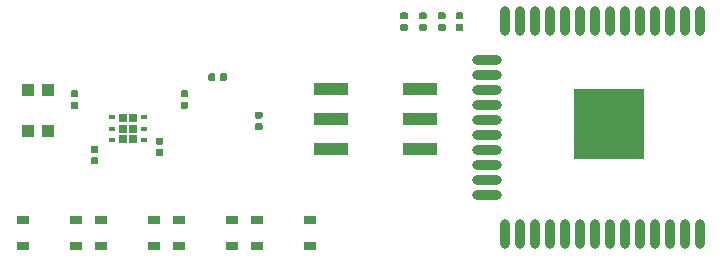
<source format=gbr>
G04 #@! TF.GenerationSoftware,KiCad,Pcbnew,5.1.5-52549c5~84~ubuntu18.04.1*
G04 #@! TF.CreationDate,2019-11-22T10:47:09+01:00*
G04 #@! TF.ProjectId,roboy_sno,726f626f-795f-4736-9e6f-2e6b69636164,rev?*
G04 #@! TF.SameCoordinates,Original*
G04 #@! TF.FileFunction,Paste,Top*
G04 #@! TF.FilePolarity,Positive*
%FSLAX46Y46*%
G04 Gerber Fmt 4.6, Leading zero omitted, Abs format (unit mm)*
G04 Created by KiCad (PCBNEW 5.1.5-52549c5~84~ubuntu18.04.1) date 2019-11-22 10:47:09*
%MOMM*%
%LPD*%
G04 APERTURE LIST*
%ADD10R,1.000000X1.000000*%
%ADD11O,0.900000X2.500000*%
%ADD12O,2.500000X0.900000*%
%ADD13R,6.000000X6.000000*%
%ADD14C,0.100000*%
%ADD15R,0.630000X0.450000*%
%ADD16R,0.660000X0.730000*%
%ADD17R,1.000000X0.700000*%
%ADD18R,3.000000X1.000000*%
G04 APERTURE END LIST*
D10*
X83175000Y-127350000D03*
X81425000Y-127350000D03*
X83175000Y-130850000D03*
X81425000Y-130850000D03*
D11*
X138346000Y-139556000D03*
X137076000Y-139556000D03*
X135806000Y-139556000D03*
X134536000Y-139556000D03*
X133266000Y-139556000D03*
X131996000Y-139556000D03*
X130726000Y-139556000D03*
X129456000Y-139556000D03*
X128186000Y-139556000D03*
X126916000Y-139556000D03*
X125646000Y-139556000D03*
X124376000Y-139556000D03*
X123106000Y-139556000D03*
X121836000Y-139556000D03*
D12*
X120346000Y-136271000D03*
X120346000Y-135001000D03*
X120346000Y-133731000D03*
X120346000Y-132461000D03*
X120346000Y-131191000D03*
X120346000Y-129921000D03*
X120346000Y-128651000D03*
X120346000Y-127381000D03*
X120346000Y-126111000D03*
X120346000Y-124841000D03*
D11*
X121836000Y-121556000D03*
X123106000Y-121556000D03*
X124376000Y-121556000D03*
X125646000Y-121556000D03*
X126916000Y-121556000D03*
X128186000Y-121556000D03*
X129456000Y-121556000D03*
X130726000Y-121556000D03*
X131996000Y-121556000D03*
X133266000Y-121556000D03*
X134536000Y-121556000D03*
X135806000Y-121556000D03*
X137076000Y-121556000D03*
X138346000Y-121556000D03*
D13*
X130646000Y-130256000D03*
D14*
G36*
X118186958Y-120820710D02*
G01*
X118201276Y-120822834D01*
X118215317Y-120826351D01*
X118228946Y-120831228D01*
X118242031Y-120837417D01*
X118254447Y-120844858D01*
X118266073Y-120853481D01*
X118276798Y-120863202D01*
X118286519Y-120873927D01*
X118295142Y-120885553D01*
X118302583Y-120897969D01*
X118308772Y-120911054D01*
X118313649Y-120924683D01*
X118317166Y-120938724D01*
X118319290Y-120953042D01*
X118320000Y-120967500D01*
X118320000Y-121262500D01*
X118319290Y-121276958D01*
X118317166Y-121291276D01*
X118313649Y-121305317D01*
X118308772Y-121318946D01*
X118302583Y-121332031D01*
X118295142Y-121344447D01*
X118286519Y-121356073D01*
X118276798Y-121366798D01*
X118266073Y-121376519D01*
X118254447Y-121385142D01*
X118242031Y-121392583D01*
X118228946Y-121398772D01*
X118215317Y-121403649D01*
X118201276Y-121407166D01*
X118186958Y-121409290D01*
X118172500Y-121410000D01*
X117827500Y-121410000D01*
X117813042Y-121409290D01*
X117798724Y-121407166D01*
X117784683Y-121403649D01*
X117771054Y-121398772D01*
X117757969Y-121392583D01*
X117745553Y-121385142D01*
X117733927Y-121376519D01*
X117723202Y-121366798D01*
X117713481Y-121356073D01*
X117704858Y-121344447D01*
X117697417Y-121332031D01*
X117691228Y-121318946D01*
X117686351Y-121305317D01*
X117682834Y-121291276D01*
X117680710Y-121276958D01*
X117680000Y-121262500D01*
X117680000Y-120967500D01*
X117680710Y-120953042D01*
X117682834Y-120938724D01*
X117686351Y-120924683D01*
X117691228Y-120911054D01*
X117697417Y-120897969D01*
X117704858Y-120885553D01*
X117713481Y-120873927D01*
X117723202Y-120863202D01*
X117733927Y-120853481D01*
X117745553Y-120844858D01*
X117757969Y-120837417D01*
X117771054Y-120831228D01*
X117784683Y-120826351D01*
X117798724Y-120822834D01*
X117813042Y-120820710D01*
X117827500Y-120820000D01*
X118172500Y-120820000D01*
X118186958Y-120820710D01*
G37*
G36*
X118186958Y-121790710D02*
G01*
X118201276Y-121792834D01*
X118215317Y-121796351D01*
X118228946Y-121801228D01*
X118242031Y-121807417D01*
X118254447Y-121814858D01*
X118266073Y-121823481D01*
X118276798Y-121833202D01*
X118286519Y-121843927D01*
X118295142Y-121855553D01*
X118302583Y-121867969D01*
X118308772Y-121881054D01*
X118313649Y-121894683D01*
X118317166Y-121908724D01*
X118319290Y-121923042D01*
X118320000Y-121937500D01*
X118320000Y-122232500D01*
X118319290Y-122246958D01*
X118317166Y-122261276D01*
X118313649Y-122275317D01*
X118308772Y-122288946D01*
X118302583Y-122302031D01*
X118295142Y-122314447D01*
X118286519Y-122326073D01*
X118276798Y-122336798D01*
X118266073Y-122346519D01*
X118254447Y-122355142D01*
X118242031Y-122362583D01*
X118228946Y-122368772D01*
X118215317Y-122373649D01*
X118201276Y-122377166D01*
X118186958Y-122379290D01*
X118172500Y-122380000D01*
X117827500Y-122380000D01*
X117813042Y-122379290D01*
X117798724Y-122377166D01*
X117784683Y-122373649D01*
X117771054Y-122368772D01*
X117757969Y-122362583D01*
X117745553Y-122355142D01*
X117733927Y-122346519D01*
X117723202Y-122336798D01*
X117713481Y-122326073D01*
X117704858Y-122314447D01*
X117697417Y-122302031D01*
X117691228Y-122288946D01*
X117686351Y-122275317D01*
X117682834Y-122261276D01*
X117680710Y-122246958D01*
X117680000Y-122232500D01*
X117680000Y-121937500D01*
X117680710Y-121923042D01*
X117682834Y-121908724D01*
X117686351Y-121894683D01*
X117691228Y-121881054D01*
X117697417Y-121867969D01*
X117704858Y-121855553D01*
X117713481Y-121843927D01*
X117723202Y-121833202D01*
X117733927Y-121823481D01*
X117745553Y-121814858D01*
X117757969Y-121807417D01*
X117771054Y-121801228D01*
X117784683Y-121796351D01*
X117798724Y-121792834D01*
X117813042Y-121790710D01*
X117827500Y-121790000D01*
X118172500Y-121790000D01*
X118186958Y-121790710D01*
G37*
G36*
X92786958Y-132390710D02*
G01*
X92801276Y-132392834D01*
X92815317Y-132396351D01*
X92828946Y-132401228D01*
X92842031Y-132407417D01*
X92854447Y-132414858D01*
X92866073Y-132423481D01*
X92876798Y-132433202D01*
X92886519Y-132443927D01*
X92895142Y-132455553D01*
X92902583Y-132467969D01*
X92908772Y-132481054D01*
X92913649Y-132494683D01*
X92917166Y-132508724D01*
X92919290Y-132523042D01*
X92920000Y-132537500D01*
X92920000Y-132832500D01*
X92919290Y-132846958D01*
X92917166Y-132861276D01*
X92913649Y-132875317D01*
X92908772Y-132888946D01*
X92902583Y-132902031D01*
X92895142Y-132914447D01*
X92886519Y-132926073D01*
X92876798Y-132936798D01*
X92866073Y-132946519D01*
X92854447Y-132955142D01*
X92842031Y-132962583D01*
X92828946Y-132968772D01*
X92815317Y-132973649D01*
X92801276Y-132977166D01*
X92786958Y-132979290D01*
X92772500Y-132980000D01*
X92427500Y-132980000D01*
X92413042Y-132979290D01*
X92398724Y-132977166D01*
X92384683Y-132973649D01*
X92371054Y-132968772D01*
X92357969Y-132962583D01*
X92345553Y-132955142D01*
X92333927Y-132946519D01*
X92323202Y-132936798D01*
X92313481Y-132926073D01*
X92304858Y-132914447D01*
X92297417Y-132902031D01*
X92291228Y-132888946D01*
X92286351Y-132875317D01*
X92282834Y-132861276D01*
X92280710Y-132846958D01*
X92280000Y-132832500D01*
X92280000Y-132537500D01*
X92280710Y-132523042D01*
X92282834Y-132508724D01*
X92286351Y-132494683D01*
X92291228Y-132481054D01*
X92297417Y-132467969D01*
X92304858Y-132455553D01*
X92313481Y-132443927D01*
X92323202Y-132433202D01*
X92333927Y-132423481D01*
X92345553Y-132414858D01*
X92357969Y-132407417D01*
X92371054Y-132401228D01*
X92384683Y-132396351D01*
X92398724Y-132392834D01*
X92413042Y-132390710D01*
X92427500Y-132390000D01*
X92772500Y-132390000D01*
X92786958Y-132390710D01*
G37*
G36*
X92786958Y-131420710D02*
G01*
X92801276Y-131422834D01*
X92815317Y-131426351D01*
X92828946Y-131431228D01*
X92842031Y-131437417D01*
X92854447Y-131444858D01*
X92866073Y-131453481D01*
X92876798Y-131463202D01*
X92886519Y-131473927D01*
X92895142Y-131485553D01*
X92902583Y-131497969D01*
X92908772Y-131511054D01*
X92913649Y-131524683D01*
X92917166Y-131538724D01*
X92919290Y-131553042D01*
X92920000Y-131567500D01*
X92920000Y-131862500D01*
X92919290Y-131876958D01*
X92917166Y-131891276D01*
X92913649Y-131905317D01*
X92908772Y-131918946D01*
X92902583Y-131932031D01*
X92895142Y-131944447D01*
X92886519Y-131956073D01*
X92876798Y-131966798D01*
X92866073Y-131976519D01*
X92854447Y-131985142D01*
X92842031Y-131992583D01*
X92828946Y-131998772D01*
X92815317Y-132003649D01*
X92801276Y-132007166D01*
X92786958Y-132009290D01*
X92772500Y-132010000D01*
X92427500Y-132010000D01*
X92413042Y-132009290D01*
X92398724Y-132007166D01*
X92384683Y-132003649D01*
X92371054Y-131998772D01*
X92357969Y-131992583D01*
X92345553Y-131985142D01*
X92333927Y-131976519D01*
X92323202Y-131966798D01*
X92313481Y-131956073D01*
X92304858Y-131944447D01*
X92297417Y-131932031D01*
X92291228Y-131918946D01*
X92286351Y-131905317D01*
X92282834Y-131891276D01*
X92280710Y-131876958D01*
X92280000Y-131862500D01*
X92280000Y-131567500D01*
X92280710Y-131553042D01*
X92282834Y-131538724D01*
X92286351Y-131524683D01*
X92291228Y-131511054D01*
X92297417Y-131497969D01*
X92304858Y-131485553D01*
X92313481Y-131473927D01*
X92323202Y-131463202D01*
X92333927Y-131453481D01*
X92345553Y-131444858D01*
X92357969Y-131437417D01*
X92371054Y-131431228D01*
X92384683Y-131426351D01*
X92398724Y-131422834D01*
X92413042Y-131420710D01*
X92427500Y-131420000D01*
X92772500Y-131420000D01*
X92786958Y-131420710D01*
G37*
G36*
X87286958Y-133090710D02*
G01*
X87301276Y-133092834D01*
X87315317Y-133096351D01*
X87328946Y-133101228D01*
X87342031Y-133107417D01*
X87354447Y-133114858D01*
X87366073Y-133123481D01*
X87376798Y-133133202D01*
X87386519Y-133143927D01*
X87395142Y-133155553D01*
X87402583Y-133167969D01*
X87408772Y-133181054D01*
X87413649Y-133194683D01*
X87417166Y-133208724D01*
X87419290Y-133223042D01*
X87420000Y-133237500D01*
X87420000Y-133532500D01*
X87419290Y-133546958D01*
X87417166Y-133561276D01*
X87413649Y-133575317D01*
X87408772Y-133588946D01*
X87402583Y-133602031D01*
X87395142Y-133614447D01*
X87386519Y-133626073D01*
X87376798Y-133636798D01*
X87366073Y-133646519D01*
X87354447Y-133655142D01*
X87342031Y-133662583D01*
X87328946Y-133668772D01*
X87315317Y-133673649D01*
X87301276Y-133677166D01*
X87286958Y-133679290D01*
X87272500Y-133680000D01*
X86927500Y-133680000D01*
X86913042Y-133679290D01*
X86898724Y-133677166D01*
X86884683Y-133673649D01*
X86871054Y-133668772D01*
X86857969Y-133662583D01*
X86845553Y-133655142D01*
X86833927Y-133646519D01*
X86823202Y-133636798D01*
X86813481Y-133626073D01*
X86804858Y-133614447D01*
X86797417Y-133602031D01*
X86791228Y-133588946D01*
X86786351Y-133575317D01*
X86782834Y-133561276D01*
X86780710Y-133546958D01*
X86780000Y-133532500D01*
X86780000Y-133237500D01*
X86780710Y-133223042D01*
X86782834Y-133208724D01*
X86786351Y-133194683D01*
X86791228Y-133181054D01*
X86797417Y-133167969D01*
X86804858Y-133155553D01*
X86813481Y-133143927D01*
X86823202Y-133133202D01*
X86833927Y-133123481D01*
X86845553Y-133114858D01*
X86857969Y-133107417D01*
X86871054Y-133101228D01*
X86884683Y-133096351D01*
X86898724Y-133092834D01*
X86913042Y-133090710D01*
X86927500Y-133090000D01*
X87272500Y-133090000D01*
X87286958Y-133090710D01*
G37*
G36*
X87286958Y-132120710D02*
G01*
X87301276Y-132122834D01*
X87315317Y-132126351D01*
X87328946Y-132131228D01*
X87342031Y-132137417D01*
X87354447Y-132144858D01*
X87366073Y-132153481D01*
X87376798Y-132163202D01*
X87386519Y-132173927D01*
X87395142Y-132185553D01*
X87402583Y-132197969D01*
X87408772Y-132211054D01*
X87413649Y-132224683D01*
X87417166Y-132238724D01*
X87419290Y-132253042D01*
X87420000Y-132267500D01*
X87420000Y-132562500D01*
X87419290Y-132576958D01*
X87417166Y-132591276D01*
X87413649Y-132605317D01*
X87408772Y-132618946D01*
X87402583Y-132632031D01*
X87395142Y-132644447D01*
X87386519Y-132656073D01*
X87376798Y-132666798D01*
X87366073Y-132676519D01*
X87354447Y-132685142D01*
X87342031Y-132692583D01*
X87328946Y-132698772D01*
X87315317Y-132703649D01*
X87301276Y-132707166D01*
X87286958Y-132709290D01*
X87272500Y-132710000D01*
X86927500Y-132710000D01*
X86913042Y-132709290D01*
X86898724Y-132707166D01*
X86884683Y-132703649D01*
X86871054Y-132698772D01*
X86857969Y-132692583D01*
X86845553Y-132685142D01*
X86833927Y-132676519D01*
X86823202Y-132666798D01*
X86813481Y-132656073D01*
X86804858Y-132644447D01*
X86797417Y-132632031D01*
X86791228Y-132618946D01*
X86786351Y-132605317D01*
X86782834Y-132591276D01*
X86780710Y-132576958D01*
X86780000Y-132562500D01*
X86780000Y-132267500D01*
X86780710Y-132253042D01*
X86782834Y-132238724D01*
X86786351Y-132224683D01*
X86791228Y-132211054D01*
X86797417Y-132197969D01*
X86804858Y-132185553D01*
X86813481Y-132173927D01*
X86823202Y-132163202D01*
X86833927Y-132153481D01*
X86845553Y-132144858D01*
X86857969Y-132137417D01*
X86871054Y-132131228D01*
X86884683Y-132126351D01*
X86898724Y-132122834D01*
X86913042Y-132120710D01*
X86927500Y-132120000D01*
X87272500Y-132120000D01*
X87286958Y-132120710D01*
G37*
G36*
X115086958Y-120820710D02*
G01*
X115101276Y-120822834D01*
X115115317Y-120826351D01*
X115128946Y-120831228D01*
X115142031Y-120837417D01*
X115154447Y-120844858D01*
X115166073Y-120853481D01*
X115176798Y-120863202D01*
X115186519Y-120873927D01*
X115195142Y-120885553D01*
X115202583Y-120897969D01*
X115208772Y-120911054D01*
X115213649Y-120924683D01*
X115217166Y-120938724D01*
X115219290Y-120953042D01*
X115220000Y-120967500D01*
X115220000Y-121262500D01*
X115219290Y-121276958D01*
X115217166Y-121291276D01*
X115213649Y-121305317D01*
X115208772Y-121318946D01*
X115202583Y-121332031D01*
X115195142Y-121344447D01*
X115186519Y-121356073D01*
X115176798Y-121366798D01*
X115166073Y-121376519D01*
X115154447Y-121385142D01*
X115142031Y-121392583D01*
X115128946Y-121398772D01*
X115115317Y-121403649D01*
X115101276Y-121407166D01*
X115086958Y-121409290D01*
X115072500Y-121410000D01*
X114727500Y-121410000D01*
X114713042Y-121409290D01*
X114698724Y-121407166D01*
X114684683Y-121403649D01*
X114671054Y-121398772D01*
X114657969Y-121392583D01*
X114645553Y-121385142D01*
X114633927Y-121376519D01*
X114623202Y-121366798D01*
X114613481Y-121356073D01*
X114604858Y-121344447D01*
X114597417Y-121332031D01*
X114591228Y-121318946D01*
X114586351Y-121305317D01*
X114582834Y-121291276D01*
X114580710Y-121276958D01*
X114580000Y-121262500D01*
X114580000Y-120967500D01*
X114580710Y-120953042D01*
X114582834Y-120938724D01*
X114586351Y-120924683D01*
X114591228Y-120911054D01*
X114597417Y-120897969D01*
X114604858Y-120885553D01*
X114613481Y-120873927D01*
X114623202Y-120863202D01*
X114633927Y-120853481D01*
X114645553Y-120844858D01*
X114657969Y-120837417D01*
X114671054Y-120831228D01*
X114684683Y-120826351D01*
X114698724Y-120822834D01*
X114713042Y-120820710D01*
X114727500Y-120820000D01*
X115072500Y-120820000D01*
X115086958Y-120820710D01*
G37*
G36*
X115086958Y-121790710D02*
G01*
X115101276Y-121792834D01*
X115115317Y-121796351D01*
X115128946Y-121801228D01*
X115142031Y-121807417D01*
X115154447Y-121814858D01*
X115166073Y-121823481D01*
X115176798Y-121833202D01*
X115186519Y-121843927D01*
X115195142Y-121855553D01*
X115202583Y-121867969D01*
X115208772Y-121881054D01*
X115213649Y-121894683D01*
X115217166Y-121908724D01*
X115219290Y-121923042D01*
X115220000Y-121937500D01*
X115220000Y-122232500D01*
X115219290Y-122246958D01*
X115217166Y-122261276D01*
X115213649Y-122275317D01*
X115208772Y-122288946D01*
X115202583Y-122302031D01*
X115195142Y-122314447D01*
X115186519Y-122326073D01*
X115176798Y-122336798D01*
X115166073Y-122346519D01*
X115154447Y-122355142D01*
X115142031Y-122362583D01*
X115128946Y-122368772D01*
X115115317Y-122373649D01*
X115101276Y-122377166D01*
X115086958Y-122379290D01*
X115072500Y-122380000D01*
X114727500Y-122380000D01*
X114713042Y-122379290D01*
X114698724Y-122377166D01*
X114684683Y-122373649D01*
X114671054Y-122368772D01*
X114657969Y-122362583D01*
X114645553Y-122355142D01*
X114633927Y-122346519D01*
X114623202Y-122336798D01*
X114613481Y-122326073D01*
X114604858Y-122314447D01*
X114597417Y-122302031D01*
X114591228Y-122288946D01*
X114586351Y-122275317D01*
X114582834Y-122261276D01*
X114580710Y-122246958D01*
X114580000Y-122232500D01*
X114580000Y-121937500D01*
X114580710Y-121923042D01*
X114582834Y-121908724D01*
X114586351Y-121894683D01*
X114591228Y-121881054D01*
X114597417Y-121867969D01*
X114604858Y-121855553D01*
X114613481Y-121843927D01*
X114623202Y-121833202D01*
X114633927Y-121823481D01*
X114645553Y-121814858D01*
X114657969Y-121807417D01*
X114671054Y-121801228D01*
X114684683Y-121796351D01*
X114698724Y-121792834D01*
X114713042Y-121790710D01*
X114727500Y-121790000D01*
X115072500Y-121790000D01*
X115086958Y-121790710D01*
G37*
G36*
X116686958Y-120820710D02*
G01*
X116701276Y-120822834D01*
X116715317Y-120826351D01*
X116728946Y-120831228D01*
X116742031Y-120837417D01*
X116754447Y-120844858D01*
X116766073Y-120853481D01*
X116776798Y-120863202D01*
X116786519Y-120873927D01*
X116795142Y-120885553D01*
X116802583Y-120897969D01*
X116808772Y-120911054D01*
X116813649Y-120924683D01*
X116817166Y-120938724D01*
X116819290Y-120953042D01*
X116820000Y-120967500D01*
X116820000Y-121262500D01*
X116819290Y-121276958D01*
X116817166Y-121291276D01*
X116813649Y-121305317D01*
X116808772Y-121318946D01*
X116802583Y-121332031D01*
X116795142Y-121344447D01*
X116786519Y-121356073D01*
X116776798Y-121366798D01*
X116766073Y-121376519D01*
X116754447Y-121385142D01*
X116742031Y-121392583D01*
X116728946Y-121398772D01*
X116715317Y-121403649D01*
X116701276Y-121407166D01*
X116686958Y-121409290D01*
X116672500Y-121410000D01*
X116327500Y-121410000D01*
X116313042Y-121409290D01*
X116298724Y-121407166D01*
X116284683Y-121403649D01*
X116271054Y-121398772D01*
X116257969Y-121392583D01*
X116245553Y-121385142D01*
X116233927Y-121376519D01*
X116223202Y-121366798D01*
X116213481Y-121356073D01*
X116204858Y-121344447D01*
X116197417Y-121332031D01*
X116191228Y-121318946D01*
X116186351Y-121305317D01*
X116182834Y-121291276D01*
X116180710Y-121276958D01*
X116180000Y-121262500D01*
X116180000Y-120967500D01*
X116180710Y-120953042D01*
X116182834Y-120938724D01*
X116186351Y-120924683D01*
X116191228Y-120911054D01*
X116197417Y-120897969D01*
X116204858Y-120885553D01*
X116213481Y-120873927D01*
X116223202Y-120863202D01*
X116233927Y-120853481D01*
X116245553Y-120844858D01*
X116257969Y-120837417D01*
X116271054Y-120831228D01*
X116284683Y-120826351D01*
X116298724Y-120822834D01*
X116313042Y-120820710D01*
X116327500Y-120820000D01*
X116672500Y-120820000D01*
X116686958Y-120820710D01*
G37*
G36*
X116686958Y-121790710D02*
G01*
X116701276Y-121792834D01*
X116715317Y-121796351D01*
X116728946Y-121801228D01*
X116742031Y-121807417D01*
X116754447Y-121814858D01*
X116766073Y-121823481D01*
X116776798Y-121833202D01*
X116786519Y-121843927D01*
X116795142Y-121855553D01*
X116802583Y-121867969D01*
X116808772Y-121881054D01*
X116813649Y-121894683D01*
X116817166Y-121908724D01*
X116819290Y-121923042D01*
X116820000Y-121937500D01*
X116820000Y-122232500D01*
X116819290Y-122246958D01*
X116817166Y-122261276D01*
X116813649Y-122275317D01*
X116808772Y-122288946D01*
X116802583Y-122302031D01*
X116795142Y-122314447D01*
X116786519Y-122326073D01*
X116776798Y-122336798D01*
X116766073Y-122346519D01*
X116754447Y-122355142D01*
X116742031Y-122362583D01*
X116728946Y-122368772D01*
X116715317Y-122373649D01*
X116701276Y-122377166D01*
X116686958Y-122379290D01*
X116672500Y-122380000D01*
X116327500Y-122380000D01*
X116313042Y-122379290D01*
X116298724Y-122377166D01*
X116284683Y-122373649D01*
X116271054Y-122368772D01*
X116257969Y-122362583D01*
X116245553Y-122355142D01*
X116233927Y-122346519D01*
X116223202Y-122336798D01*
X116213481Y-122326073D01*
X116204858Y-122314447D01*
X116197417Y-122302031D01*
X116191228Y-122288946D01*
X116186351Y-122275317D01*
X116182834Y-122261276D01*
X116180710Y-122246958D01*
X116180000Y-122232500D01*
X116180000Y-121937500D01*
X116180710Y-121923042D01*
X116182834Y-121908724D01*
X116186351Y-121894683D01*
X116191228Y-121881054D01*
X116197417Y-121867969D01*
X116204858Y-121855553D01*
X116213481Y-121843927D01*
X116223202Y-121833202D01*
X116233927Y-121823481D01*
X116245553Y-121814858D01*
X116257969Y-121807417D01*
X116271054Y-121801228D01*
X116284683Y-121796351D01*
X116298724Y-121792834D01*
X116313042Y-121790710D01*
X116327500Y-121790000D01*
X116672500Y-121790000D01*
X116686958Y-121790710D01*
G37*
G36*
X85586958Y-127420710D02*
G01*
X85601276Y-127422834D01*
X85615317Y-127426351D01*
X85628946Y-127431228D01*
X85642031Y-127437417D01*
X85654447Y-127444858D01*
X85666073Y-127453481D01*
X85676798Y-127463202D01*
X85686519Y-127473927D01*
X85695142Y-127485553D01*
X85702583Y-127497969D01*
X85708772Y-127511054D01*
X85713649Y-127524683D01*
X85717166Y-127538724D01*
X85719290Y-127553042D01*
X85720000Y-127567500D01*
X85720000Y-127862500D01*
X85719290Y-127876958D01*
X85717166Y-127891276D01*
X85713649Y-127905317D01*
X85708772Y-127918946D01*
X85702583Y-127932031D01*
X85695142Y-127944447D01*
X85686519Y-127956073D01*
X85676798Y-127966798D01*
X85666073Y-127976519D01*
X85654447Y-127985142D01*
X85642031Y-127992583D01*
X85628946Y-127998772D01*
X85615317Y-128003649D01*
X85601276Y-128007166D01*
X85586958Y-128009290D01*
X85572500Y-128010000D01*
X85227500Y-128010000D01*
X85213042Y-128009290D01*
X85198724Y-128007166D01*
X85184683Y-128003649D01*
X85171054Y-127998772D01*
X85157969Y-127992583D01*
X85145553Y-127985142D01*
X85133927Y-127976519D01*
X85123202Y-127966798D01*
X85113481Y-127956073D01*
X85104858Y-127944447D01*
X85097417Y-127932031D01*
X85091228Y-127918946D01*
X85086351Y-127905317D01*
X85082834Y-127891276D01*
X85080710Y-127876958D01*
X85080000Y-127862500D01*
X85080000Y-127567500D01*
X85080710Y-127553042D01*
X85082834Y-127538724D01*
X85086351Y-127524683D01*
X85091228Y-127511054D01*
X85097417Y-127497969D01*
X85104858Y-127485553D01*
X85113481Y-127473927D01*
X85123202Y-127463202D01*
X85133927Y-127453481D01*
X85145553Y-127444858D01*
X85157969Y-127437417D01*
X85171054Y-127431228D01*
X85184683Y-127426351D01*
X85198724Y-127422834D01*
X85213042Y-127420710D01*
X85227500Y-127420000D01*
X85572500Y-127420000D01*
X85586958Y-127420710D01*
G37*
G36*
X85586958Y-128390710D02*
G01*
X85601276Y-128392834D01*
X85615317Y-128396351D01*
X85628946Y-128401228D01*
X85642031Y-128407417D01*
X85654447Y-128414858D01*
X85666073Y-128423481D01*
X85676798Y-128433202D01*
X85686519Y-128443927D01*
X85695142Y-128455553D01*
X85702583Y-128467969D01*
X85708772Y-128481054D01*
X85713649Y-128494683D01*
X85717166Y-128508724D01*
X85719290Y-128523042D01*
X85720000Y-128537500D01*
X85720000Y-128832500D01*
X85719290Y-128846958D01*
X85717166Y-128861276D01*
X85713649Y-128875317D01*
X85708772Y-128888946D01*
X85702583Y-128902031D01*
X85695142Y-128914447D01*
X85686519Y-128926073D01*
X85676798Y-128936798D01*
X85666073Y-128946519D01*
X85654447Y-128955142D01*
X85642031Y-128962583D01*
X85628946Y-128968772D01*
X85615317Y-128973649D01*
X85601276Y-128977166D01*
X85586958Y-128979290D01*
X85572500Y-128980000D01*
X85227500Y-128980000D01*
X85213042Y-128979290D01*
X85198724Y-128977166D01*
X85184683Y-128973649D01*
X85171054Y-128968772D01*
X85157969Y-128962583D01*
X85145553Y-128955142D01*
X85133927Y-128946519D01*
X85123202Y-128936798D01*
X85113481Y-128926073D01*
X85104858Y-128914447D01*
X85097417Y-128902031D01*
X85091228Y-128888946D01*
X85086351Y-128875317D01*
X85082834Y-128861276D01*
X85080710Y-128846958D01*
X85080000Y-128832500D01*
X85080000Y-128537500D01*
X85080710Y-128523042D01*
X85082834Y-128508724D01*
X85086351Y-128494683D01*
X85091228Y-128481054D01*
X85097417Y-128467969D01*
X85104858Y-128455553D01*
X85113481Y-128443927D01*
X85123202Y-128433202D01*
X85133927Y-128423481D01*
X85145553Y-128414858D01*
X85157969Y-128407417D01*
X85171054Y-128401228D01*
X85184683Y-128396351D01*
X85198724Y-128392834D01*
X85213042Y-128390710D01*
X85227500Y-128390000D01*
X85572500Y-128390000D01*
X85586958Y-128390710D01*
G37*
G36*
X113486958Y-120820710D02*
G01*
X113501276Y-120822834D01*
X113515317Y-120826351D01*
X113528946Y-120831228D01*
X113542031Y-120837417D01*
X113554447Y-120844858D01*
X113566073Y-120853481D01*
X113576798Y-120863202D01*
X113586519Y-120873927D01*
X113595142Y-120885553D01*
X113602583Y-120897969D01*
X113608772Y-120911054D01*
X113613649Y-120924683D01*
X113617166Y-120938724D01*
X113619290Y-120953042D01*
X113620000Y-120967500D01*
X113620000Y-121262500D01*
X113619290Y-121276958D01*
X113617166Y-121291276D01*
X113613649Y-121305317D01*
X113608772Y-121318946D01*
X113602583Y-121332031D01*
X113595142Y-121344447D01*
X113586519Y-121356073D01*
X113576798Y-121366798D01*
X113566073Y-121376519D01*
X113554447Y-121385142D01*
X113542031Y-121392583D01*
X113528946Y-121398772D01*
X113515317Y-121403649D01*
X113501276Y-121407166D01*
X113486958Y-121409290D01*
X113472500Y-121410000D01*
X113127500Y-121410000D01*
X113113042Y-121409290D01*
X113098724Y-121407166D01*
X113084683Y-121403649D01*
X113071054Y-121398772D01*
X113057969Y-121392583D01*
X113045553Y-121385142D01*
X113033927Y-121376519D01*
X113023202Y-121366798D01*
X113013481Y-121356073D01*
X113004858Y-121344447D01*
X112997417Y-121332031D01*
X112991228Y-121318946D01*
X112986351Y-121305317D01*
X112982834Y-121291276D01*
X112980710Y-121276958D01*
X112980000Y-121262500D01*
X112980000Y-120967500D01*
X112980710Y-120953042D01*
X112982834Y-120938724D01*
X112986351Y-120924683D01*
X112991228Y-120911054D01*
X112997417Y-120897969D01*
X113004858Y-120885553D01*
X113013481Y-120873927D01*
X113023202Y-120863202D01*
X113033927Y-120853481D01*
X113045553Y-120844858D01*
X113057969Y-120837417D01*
X113071054Y-120831228D01*
X113084683Y-120826351D01*
X113098724Y-120822834D01*
X113113042Y-120820710D01*
X113127500Y-120820000D01*
X113472500Y-120820000D01*
X113486958Y-120820710D01*
G37*
G36*
X113486958Y-121790710D02*
G01*
X113501276Y-121792834D01*
X113515317Y-121796351D01*
X113528946Y-121801228D01*
X113542031Y-121807417D01*
X113554447Y-121814858D01*
X113566073Y-121823481D01*
X113576798Y-121833202D01*
X113586519Y-121843927D01*
X113595142Y-121855553D01*
X113602583Y-121867969D01*
X113608772Y-121881054D01*
X113613649Y-121894683D01*
X113617166Y-121908724D01*
X113619290Y-121923042D01*
X113620000Y-121937500D01*
X113620000Y-122232500D01*
X113619290Y-122246958D01*
X113617166Y-122261276D01*
X113613649Y-122275317D01*
X113608772Y-122288946D01*
X113602583Y-122302031D01*
X113595142Y-122314447D01*
X113586519Y-122326073D01*
X113576798Y-122336798D01*
X113566073Y-122346519D01*
X113554447Y-122355142D01*
X113542031Y-122362583D01*
X113528946Y-122368772D01*
X113515317Y-122373649D01*
X113501276Y-122377166D01*
X113486958Y-122379290D01*
X113472500Y-122380000D01*
X113127500Y-122380000D01*
X113113042Y-122379290D01*
X113098724Y-122377166D01*
X113084683Y-122373649D01*
X113071054Y-122368772D01*
X113057969Y-122362583D01*
X113045553Y-122355142D01*
X113033927Y-122346519D01*
X113023202Y-122336798D01*
X113013481Y-122326073D01*
X113004858Y-122314447D01*
X112997417Y-122302031D01*
X112991228Y-122288946D01*
X112986351Y-122275317D01*
X112982834Y-122261276D01*
X112980710Y-122246958D01*
X112980000Y-122232500D01*
X112980000Y-121937500D01*
X112980710Y-121923042D01*
X112982834Y-121908724D01*
X112986351Y-121894683D01*
X112991228Y-121881054D01*
X112997417Y-121867969D01*
X113004858Y-121855553D01*
X113013481Y-121843927D01*
X113023202Y-121833202D01*
X113033927Y-121823481D01*
X113045553Y-121814858D01*
X113057969Y-121807417D01*
X113071054Y-121801228D01*
X113084683Y-121796351D01*
X113098724Y-121792834D01*
X113113042Y-121790710D01*
X113127500Y-121790000D01*
X113472500Y-121790000D01*
X113486958Y-121790710D01*
G37*
D15*
X91262000Y-131603400D03*
X91262000Y-130653400D03*
X91262000Y-129703400D03*
X88582000Y-129703400D03*
X88582000Y-130653400D03*
X88582000Y-131603400D03*
D16*
X90347000Y-129787400D03*
X89497000Y-129787400D03*
X89497000Y-130653400D03*
X90347000Y-130653400D03*
X89497000Y-131519400D03*
X90347000Y-131519400D03*
D17*
X105350000Y-140575000D03*
X100850000Y-140575000D03*
X100850000Y-138425000D03*
X105350000Y-138425000D03*
X98750000Y-138425000D03*
X94250000Y-138425000D03*
X94250000Y-140575000D03*
X98750000Y-140575000D03*
X92150000Y-138425000D03*
X87650000Y-138425000D03*
X87650000Y-140575000D03*
X92150000Y-140575000D03*
X85550000Y-140575000D03*
X81050000Y-140575000D03*
X81050000Y-138425000D03*
X85550000Y-138425000D03*
D18*
X114650000Y-132340000D03*
X107150000Y-127260000D03*
X107150000Y-129800000D03*
X107150000Y-132340000D03*
X114650000Y-127260000D03*
X114650000Y-129800000D03*
D14*
G36*
X94886958Y-127420710D02*
G01*
X94901276Y-127422834D01*
X94915317Y-127426351D01*
X94928946Y-127431228D01*
X94942031Y-127437417D01*
X94954447Y-127444858D01*
X94966073Y-127453481D01*
X94976798Y-127463202D01*
X94986519Y-127473927D01*
X94995142Y-127485553D01*
X95002583Y-127497969D01*
X95008772Y-127511054D01*
X95013649Y-127524683D01*
X95017166Y-127538724D01*
X95019290Y-127553042D01*
X95020000Y-127567500D01*
X95020000Y-127862500D01*
X95019290Y-127876958D01*
X95017166Y-127891276D01*
X95013649Y-127905317D01*
X95008772Y-127918946D01*
X95002583Y-127932031D01*
X94995142Y-127944447D01*
X94986519Y-127956073D01*
X94976798Y-127966798D01*
X94966073Y-127976519D01*
X94954447Y-127985142D01*
X94942031Y-127992583D01*
X94928946Y-127998772D01*
X94915317Y-128003649D01*
X94901276Y-128007166D01*
X94886958Y-128009290D01*
X94872500Y-128010000D01*
X94527500Y-128010000D01*
X94513042Y-128009290D01*
X94498724Y-128007166D01*
X94484683Y-128003649D01*
X94471054Y-127998772D01*
X94457969Y-127992583D01*
X94445553Y-127985142D01*
X94433927Y-127976519D01*
X94423202Y-127966798D01*
X94413481Y-127956073D01*
X94404858Y-127944447D01*
X94397417Y-127932031D01*
X94391228Y-127918946D01*
X94386351Y-127905317D01*
X94382834Y-127891276D01*
X94380710Y-127876958D01*
X94380000Y-127862500D01*
X94380000Y-127567500D01*
X94380710Y-127553042D01*
X94382834Y-127538724D01*
X94386351Y-127524683D01*
X94391228Y-127511054D01*
X94397417Y-127497969D01*
X94404858Y-127485553D01*
X94413481Y-127473927D01*
X94423202Y-127463202D01*
X94433927Y-127453481D01*
X94445553Y-127444858D01*
X94457969Y-127437417D01*
X94471054Y-127431228D01*
X94484683Y-127426351D01*
X94498724Y-127422834D01*
X94513042Y-127420710D01*
X94527500Y-127420000D01*
X94872500Y-127420000D01*
X94886958Y-127420710D01*
G37*
G36*
X94886958Y-128390710D02*
G01*
X94901276Y-128392834D01*
X94915317Y-128396351D01*
X94928946Y-128401228D01*
X94942031Y-128407417D01*
X94954447Y-128414858D01*
X94966073Y-128423481D01*
X94976798Y-128433202D01*
X94986519Y-128443927D01*
X94995142Y-128455553D01*
X95002583Y-128467969D01*
X95008772Y-128481054D01*
X95013649Y-128494683D01*
X95017166Y-128508724D01*
X95019290Y-128523042D01*
X95020000Y-128537500D01*
X95020000Y-128832500D01*
X95019290Y-128846958D01*
X95017166Y-128861276D01*
X95013649Y-128875317D01*
X95008772Y-128888946D01*
X95002583Y-128902031D01*
X94995142Y-128914447D01*
X94986519Y-128926073D01*
X94976798Y-128936798D01*
X94966073Y-128946519D01*
X94954447Y-128955142D01*
X94942031Y-128962583D01*
X94928946Y-128968772D01*
X94915317Y-128973649D01*
X94901276Y-128977166D01*
X94886958Y-128979290D01*
X94872500Y-128980000D01*
X94527500Y-128980000D01*
X94513042Y-128979290D01*
X94498724Y-128977166D01*
X94484683Y-128973649D01*
X94471054Y-128968772D01*
X94457969Y-128962583D01*
X94445553Y-128955142D01*
X94433927Y-128946519D01*
X94423202Y-128936798D01*
X94413481Y-128926073D01*
X94404858Y-128914447D01*
X94397417Y-128902031D01*
X94391228Y-128888946D01*
X94386351Y-128875317D01*
X94382834Y-128861276D01*
X94380710Y-128846958D01*
X94380000Y-128832500D01*
X94380000Y-128537500D01*
X94380710Y-128523042D01*
X94382834Y-128508724D01*
X94386351Y-128494683D01*
X94391228Y-128481054D01*
X94397417Y-128467969D01*
X94404858Y-128455553D01*
X94413481Y-128443927D01*
X94423202Y-128433202D01*
X94433927Y-128423481D01*
X94445553Y-128414858D01*
X94457969Y-128407417D01*
X94471054Y-128401228D01*
X94484683Y-128396351D01*
X94498724Y-128392834D01*
X94513042Y-128390710D01*
X94527500Y-128390000D01*
X94872500Y-128390000D01*
X94886958Y-128390710D01*
G37*
G36*
X97191958Y-125980710D02*
G01*
X97206276Y-125982834D01*
X97220317Y-125986351D01*
X97233946Y-125991228D01*
X97247031Y-125997417D01*
X97259447Y-126004858D01*
X97271073Y-126013481D01*
X97281798Y-126023202D01*
X97291519Y-126033927D01*
X97300142Y-126045553D01*
X97307583Y-126057969D01*
X97313772Y-126071054D01*
X97318649Y-126084683D01*
X97322166Y-126098724D01*
X97324290Y-126113042D01*
X97325000Y-126127500D01*
X97325000Y-126472500D01*
X97324290Y-126486958D01*
X97322166Y-126501276D01*
X97318649Y-126515317D01*
X97313772Y-126528946D01*
X97307583Y-126542031D01*
X97300142Y-126554447D01*
X97291519Y-126566073D01*
X97281798Y-126576798D01*
X97271073Y-126586519D01*
X97259447Y-126595142D01*
X97247031Y-126602583D01*
X97233946Y-126608772D01*
X97220317Y-126613649D01*
X97206276Y-126617166D01*
X97191958Y-126619290D01*
X97177500Y-126620000D01*
X96882500Y-126620000D01*
X96868042Y-126619290D01*
X96853724Y-126617166D01*
X96839683Y-126613649D01*
X96826054Y-126608772D01*
X96812969Y-126602583D01*
X96800553Y-126595142D01*
X96788927Y-126586519D01*
X96778202Y-126576798D01*
X96768481Y-126566073D01*
X96759858Y-126554447D01*
X96752417Y-126542031D01*
X96746228Y-126528946D01*
X96741351Y-126515317D01*
X96737834Y-126501276D01*
X96735710Y-126486958D01*
X96735000Y-126472500D01*
X96735000Y-126127500D01*
X96735710Y-126113042D01*
X96737834Y-126098724D01*
X96741351Y-126084683D01*
X96746228Y-126071054D01*
X96752417Y-126057969D01*
X96759858Y-126045553D01*
X96768481Y-126033927D01*
X96778202Y-126023202D01*
X96788927Y-126013481D01*
X96800553Y-126004858D01*
X96812969Y-125997417D01*
X96826054Y-125991228D01*
X96839683Y-125986351D01*
X96853724Y-125982834D01*
X96868042Y-125980710D01*
X96882500Y-125980000D01*
X97177500Y-125980000D01*
X97191958Y-125980710D01*
G37*
G36*
X98161958Y-125980710D02*
G01*
X98176276Y-125982834D01*
X98190317Y-125986351D01*
X98203946Y-125991228D01*
X98217031Y-125997417D01*
X98229447Y-126004858D01*
X98241073Y-126013481D01*
X98251798Y-126023202D01*
X98261519Y-126033927D01*
X98270142Y-126045553D01*
X98277583Y-126057969D01*
X98283772Y-126071054D01*
X98288649Y-126084683D01*
X98292166Y-126098724D01*
X98294290Y-126113042D01*
X98295000Y-126127500D01*
X98295000Y-126472500D01*
X98294290Y-126486958D01*
X98292166Y-126501276D01*
X98288649Y-126515317D01*
X98283772Y-126528946D01*
X98277583Y-126542031D01*
X98270142Y-126554447D01*
X98261519Y-126566073D01*
X98251798Y-126576798D01*
X98241073Y-126586519D01*
X98229447Y-126595142D01*
X98217031Y-126602583D01*
X98203946Y-126608772D01*
X98190317Y-126613649D01*
X98176276Y-126617166D01*
X98161958Y-126619290D01*
X98147500Y-126620000D01*
X97852500Y-126620000D01*
X97838042Y-126619290D01*
X97823724Y-126617166D01*
X97809683Y-126613649D01*
X97796054Y-126608772D01*
X97782969Y-126602583D01*
X97770553Y-126595142D01*
X97758927Y-126586519D01*
X97748202Y-126576798D01*
X97738481Y-126566073D01*
X97729858Y-126554447D01*
X97722417Y-126542031D01*
X97716228Y-126528946D01*
X97711351Y-126515317D01*
X97707834Y-126501276D01*
X97705710Y-126486958D01*
X97705000Y-126472500D01*
X97705000Y-126127500D01*
X97705710Y-126113042D01*
X97707834Y-126098724D01*
X97711351Y-126084683D01*
X97716228Y-126071054D01*
X97722417Y-126057969D01*
X97729858Y-126045553D01*
X97738481Y-126033927D01*
X97748202Y-126023202D01*
X97758927Y-126013481D01*
X97770553Y-126004858D01*
X97782969Y-125997417D01*
X97796054Y-125991228D01*
X97809683Y-125986351D01*
X97823724Y-125982834D01*
X97838042Y-125980710D01*
X97852500Y-125980000D01*
X98147500Y-125980000D01*
X98161958Y-125980710D01*
G37*
G36*
X101186958Y-129220710D02*
G01*
X101201276Y-129222834D01*
X101215317Y-129226351D01*
X101228946Y-129231228D01*
X101242031Y-129237417D01*
X101254447Y-129244858D01*
X101266073Y-129253481D01*
X101276798Y-129263202D01*
X101286519Y-129273927D01*
X101295142Y-129285553D01*
X101302583Y-129297969D01*
X101308772Y-129311054D01*
X101313649Y-129324683D01*
X101317166Y-129338724D01*
X101319290Y-129353042D01*
X101320000Y-129367500D01*
X101320000Y-129662500D01*
X101319290Y-129676958D01*
X101317166Y-129691276D01*
X101313649Y-129705317D01*
X101308772Y-129718946D01*
X101302583Y-129732031D01*
X101295142Y-129744447D01*
X101286519Y-129756073D01*
X101276798Y-129766798D01*
X101266073Y-129776519D01*
X101254447Y-129785142D01*
X101242031Y-129792583D01*
X101228946Y-129798772D01*
X101215317Y-129803649D01*
X101201276Y-129807166D01*
X101186958Y-129809290D01*
X101172500Y-129810000D01*
X100827500Y-129810000D01*
X100813042Y-129809290D01*
X100798724Y-129807166D01*
X100784683Y-129803649D01*
X100771054Y-129798772D01*
X100757969Y-129792583D01*
X100745553Y-129785142D01*
X100733927Y-129776519D01*
X100723202Y-129766798D01*
X100713481Y-129756073D01*
X100704858Y-129744447D01*
X100697417Y-129732031D01*
X100691228Y-129718946D01*
X100686351Y-129705317D01*
X100682834Y-129691276D01*
X100680710Y-129676958D01*
X100680000Y-129662500D01*
X100680000Y-129367500D01*
X100680710Y-129353042D01*
X100682834Y-129338724D01*
X100686351Y-129324683D01*
X100691228Y-129311054D01*
X100697417Y-129297969D01*
X100704858Y-129285553D01*
X100713481Y-129273927D01*
X100723202Y-129263202D01*
X100733927Y-129253481D01*
X100745553Y-129244858D01*
X100757969Y-129237417D01*
X100771054Y-129231228D01*
X100784683Y-129226351D01*
X100798724Y-129222834D01*
X100813042Y-129220710D01*
X100827500Y-129220000D01*
X101172500Y-129220000D01*
X101186958Y-129220710D01*
G37*
G36*
X101186958Y-130190710D02*
G01*
X101201276Y-130192834D01*
X101215317Y-130196351D01*
X101228946Y-130201228D01*
X101242031Y-130207417D01*
X101254447Y-130214858D01*
X101266073Y-130223481D01*
X101276798Y-130233202D01*
X101286519Y-130243927D01*
X101295142Y-130255553D01*
X101302583Y-130267969D01*
X101308772Y-130281054D01*
X101313649Y-130294683D01*
X101317166Y-130308724D01*
X101319290Y-130323042D01*
X101320000Y-130337500D01*
X101320000Y-130632500D01*
X101319290Y-130646958D01*
X101317166Y-130661276D01*
X101313649Y-130675317D01*
X101308772Y-130688946D01*
X101302583Y-130702031D01*
X101295142Y-130714447D01*
X101286519Y-130726073D01*
X101276798Y-130736798D01*
X101266073Y-130746519D01*
X101254447Y-130755142D01*
X101242031Y-130762583D01*
X101228946Y-130768772D01*
X101215317Y-130773649D01*
X101201276Y-130777166D01*
X101186958Y-130779290D01*
X101172500Y-130780000D01*
X100827500Y-130780000D01*
X100813042Y-130779290D01*
X100798724Y-130777166D01*
X100784683Y-130773649D01*
X100771054Y-130768772D01*
X100757969Y-130762583D01*
X100745553Y-130755142D01*
X100733927Y-130746519D01*
X100723202Y-130736798D01*
X100713481Y-130726073D01*
X100704858Y-130714447D01*
X100697417Y-130702031D01*
X100691228Y-130688946D01*
X100686351Y-130675317D01*
X100682834Y-130661276D01*
X100680710Y-130646958D01*
X100680000Y-130632500D01*
X100680000Y-130337500D01*
X100680710Y-130323042D01*
X100682834Y-130308724D01*
X100686351Y-130294683D01*
X100691228Y-130281054D01*
X100697417Y-130267969D01*
X100704858Y-130255553D01*
X100713481Y-130243927D01*
X100723202Y-130233202D01*
X100733927Y-130223481D01*
X100745553Y-130214858D01*
X100757969Y-130207417D01*
X100771054Y-130201228D01*
X100784683Y-130196351D01*
X100798724Y-130192834D01*
X100813042Y-130190710D01*
X100827500Y-130190000D01*
X101172500Y-130190000D01*
X101186958Y-130190710D01*
G37*
M02*

</source>
